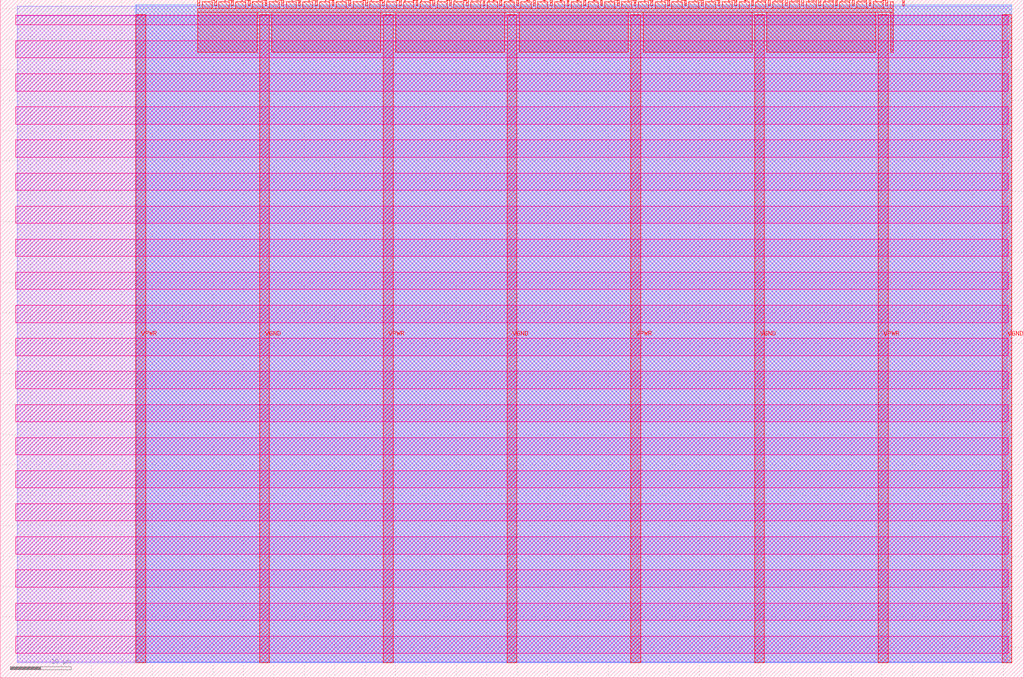
<source format=lef>
VERSION 5.7 ;
  NOWIREEXTENSIONATPIN ON ;
  DIVIDERCHAR "/" ;
  BUSBITCHARS "[]" ;
MACRO tt_um_jkprz_dup
  CLASS BLOCK ;
  FOREIGN tt_um_jkprz_dup ;
  ORIGIN 0.000 0.000 ;
  SIZE 168.360 BY 111.520 ;
  PIN VGND
    DIRECTION INOUT ;
    USE GROUND ;
    PORT
      LAYER met4 ;
        RECT 42.670 2.480 44.270 109.040 ;
    END
    PORT
      LAYER met4 ;
        RECT 83.380 2.480 84.980 109.040 ;
    END
    PORT
      LAYER met4 ;
        RECT 124.090 2.480 125.690 109.040 ;
    END
    PORT
      LAYER met4 ;
        RECT 164.800 2.480 166.400 109.040 ;
    END
  END VGND
  PIN VPWR
    DIRECTION INOUT ;
    USE POWER ;
    PORT
      LAYER met4 ;
        RECT 22.315 2.480 23.915 109.040 ;
    END
    PORT
      LAYER met4 ;
        RECT 63.025 2.480 64.625 109.040 ;
    END
    PORT
      LAYER met4 ;
        RECT 103.735 2.480 105.335 109.040 ;
    END
    PORT
      LAYER met4 ;
        RECT 144.445 2.480 146.045 109.040 ;
    END
  END VPWR
  PIN clk
    DIRECTION INPUT ;
    USE SIGNAL ;
    ANTENNAGATEAREA 0.852000 ;
    PORT
      LAYER met4 ;
        RECT 145.670 110.520 145.970 111.520 ;
    END
  END clk
  PIN ena
    DIRECTION INPUT ;
    USE SIGNAL ;
    PORT
      LAYER met4 ;
        RECT 148.430 110.520 148.730 111.520 ;
    END
  END ena
  PIN rst_n
    DIRECTION INPUT ;
    USE SIGNAL ;
    ANTENNAGATEAREA 0.159000 ;
    PORT
      LAYER met4 ;
        RECT 142.910 110.520 143.210 111.520 ;
    END
  END rst_n
  PIN ui_in[0]
    DIRECTION INPUT ;
    USE SIGNAL ;
    ANTENNAGATEAREA 0.196500 ;
    PORT
      LAYER met4 ;
        RECT 140.150 110.520 140.450 111.520 ;
    END
  END ui_in[0]
  PIN ui_in[1]
    DIRECTION INPUT ;
    USE SIGNAL ;
    ANTENNAGATEAREA 0.196500 ;
    PORT
      LAYER met4 ;
        RECT 137.390 110.520 137.690 111.520 ;
    END
  END ui_in[1]
  PIN ui_in[2]
    DIRECTION INPUT ;
    USE SIGNAL ;
    ANTENNAGATEAREA 0.196500 ;
    PORT
      LAYER met4 ;
        RECT 134.630 110.520 134.930 111.520 ;
    END
  END ui_in[2]
  PIN ui_in[3]
    DIRECTION INPUT ;
    USE SIGNAL ;
    ANTENNAGATEAREA 0.196500 ;
    PORT
      LAYER met4 ;
        RECT 131.870 110.520 132.170 111.520 ;
    END
  END ui_in[3]
  PIN ui_in[4]
    DIRECTION INPUT ;
    USE SIGNAL ;
    ANTENNAGATEAREA 0.196500 ;
    PORT
      LAYER met4 ;
        RECT 129.110 110.520 129.410 111.520 ;
    END
  END ui_in[4]
  PIN ui_in[5]
    DIRECTION INPUT ;
    USE SIGNAL ;
    ANTENNAGATEAREA 0.196500 ;
    PORT
      LAYER met4 ;
        RECT 126.350 110.520 126.650 111.520 ;
    END
  END ui_in[5]
  PIN ui_in[6]
    DIRECTION INPUT ;
    USE SIGNAL ;
    ANTENNAGATEAREA 0.196500 ;
    PORT
      LAYER met4 ;
        RECT 123.590 110.520 123.890 111.520 ;
    END
  END ui_in[6]
  PIN ui_in[7]
    DIRECTION INPUT ;
    USE SIGNAL ;
    ANTENNAGATEAREA 0.196500 ;
    PORT
      LAYER met4 ;
        RECT 120.830 110.520 121.130 111.520 ;
    END
  END ui_in[7]
  PIN uio_in[0]
    DIRECTION INPUT ;
    USE SIGNAL ;
    PORT
      LAYER met4 ;
        RECT 118.070 110.520 118.370 111.520 ;
    END
  END uio_in[0]
  PIN uio_in[1]
    DIRECTION INPUT ;
    USE SIGNAL ;
    PORT
      LAYER met4 ;
        RECT 115.310 110.520 115.610 111.520 ;
    END
  END uio_in[1]
  PIN uio_in[2]
    DIRECTION INPUT ;
    USE SIGNAL ;
    PORT
      LAYER met4 ;
        RECT 112.550 110.520 112.850 111.520 ;
    END
  END uio_in[2]
  PIN uio_in[3]
    DIRECTION INPUT ;
    USE SIGNAL ;
    PORT
      LAYER met4 ;
        RECT 109.790 110.520 110.090 111.520 ;
    END
  END uio_in[3]
  PIN uio_in[4]
    DIRECTION INPUT ;
    USE SIGNAL ;
    PORT
      LAYER met4 ;
        RECT 107.030 110.520 107.330 111.520 ;
    END
  END uio_in[4]
  PIN uio_in[5]
    DIRECTION INPUT ;
    USE SIGNAL ;
    PORT
      LAYER met4 ;
        RECT 104.270 110.520 104.570 111.520 ;
    END
  END uio_in[5]
  PIN uio_in[6]
    DIRECTION INPUT ;
    USE SIGNAL ;
    PORT
      LAYER met4 ;
        RECT 101.510 110.520 101.810 111.520 ;
    END
  END uio_in[6]
  PIN uio_in[7]
    DIRECTION INPUT ;
    USE SIGNAL ;
    PORT
      LAYER met4 ;
        RECT 98.750 110.520 99.050 111.520 ;
    END
  END uio_in[7]
  PIN uio_oe[0]
    DIRECTION OUTPUT TRISTATE ;
    USE SIGNAL ;
    PORT
      LAYER met4 ;
        RECT 51.830 110.520 52.130 111.520 ;
    END
  END uio_oe[0]
  PIN uio_oe[1]
    DIRECTION OUTPUT TRISTATE ;
    USE SIGNAL ;
    PORT
      LAYER met4 ;
        RECT 49.070 110.520 49.370 111.520 ;
    END
  END uio_oe[1]
  PIN uio_oe[2]
    DIRECTION OUTPUT TRISTATE ;
    USE SIGNAL ;
    PORT
      LAYER met4 ;
        RECT 46.310 110.520 46.610 111.520 ;
    END
  END uio_oe[2]
  PIN uio_oe[3]
    DIRECTION OUTPUT TRISTATE ;
    USE SIGNAL ;
    PORT
      LAYER met4 ;
        RECT 43.550 110.520 43.850 111.520 ;
    END
  END uio_oe[3]
  PIN uio_oe[4]
    DIRECTION OUTPUT TRISTATE ;
    USE SIGNAL ;
    PORT
      LAYER met4 ;
        RECT 40.790 110.520 41.090 111.520 ;
    END
  END uio_oe[4]
  PIN uio_oe[5]
    DIRECTION OUTPUT TRISTATE ;
    USE SIGNAL ;
    PORT
      LAYER met4 ;
        RECT 38.030 110.520 38.330 111.520 ;
    END
  END uio_oe[5]
  PIN uio_oe[6]
    DIRECTION OUTPUT TRISTATE ;
    USE SIGNAL ;
    PORT
      LAYER met4 ;
        RECT 35.270 110.520 35.570 111.520 ;
    END
  END uio_oe[6]
  PIN uio_oe[7]
    DIRECTION OUTPUT TRISTATE ;
    USE SIGNAL ;
    PORT
      LAYER met4 ;
        RECT 32.510 110.520 32.810 111.520 ;
    END
  END uio_oe[7]
  PIN uio_out[0]
    DIRECTION OUTPUT TRISTATE ;
    USE SIGNAL ;
    PORT
      LAYER met4 ;
        RECT 73.910 110.520 74.210 111.520 ;
    END
  END uio_out[0]
  PIN uio_out[1]
    DIRECTION OUTPUT TRISTATE ;
    USE SIGNAL ;
    PORT
      LAYER met4 ;
        RECT 71.150 110.520 71.450 111.520 ;
    END
  END uio_out[1]
  PIN uio_out[2]
    DIRECTION OUTPUT TRISTATE ;
    USE SIGNAL ;
    PORT
      LAYER met4 ;
        RECT 68.390 110.520 68.690 111.520 ;
    END
  END uio_out[2]
  PIN uio_out[3]
    DIRECTION OUTPUT TRISTATE ;
    USE SIGNAL ;
    PORT
      LAYER met4 ;
        RECT 65.630 110.520 65.930 111.520 ;
    END
  END uio_out[3]
  PIN uio_out[4]
    DIRECTION OUTPUT TRISTATE ;
    USE SIGNAL ;
    PORT
      LAYER met4 ;
        RECT 62.870 110.520 63.170 111.520 ;
    END
  END uio_out[4]
  PIN uio_out[5]
    DIRECTION OUTPUT TRISTATE ;
    USE SIGNAL ;
    PORT
      LAYER met4 ;
        RECT 60.110 110.520 60.410 111.520 ;
    END
  END uio_out[5]
  PIN uio_out[6]
    DIRECTION OUTPUT TRISTATE ;
    USE SIGNAL ;
    PORT
      LAYER met4 ;
        RECT 57.350 110.520 57.650 111.520 ;
    END
  END uio_out[6]
  PIN uio_out[7]
    DIRECTION OUTPUT TRISTATE ;
    USE SIGNAL ;
    ANTENNADIFFAREA 0.795200 ;
    PORT
      LAYER met4 ;
        RECT 54.590 110.520 54.890 111.520 ;
    END
  END uio_out[7]
  PIN uo_out[0]
    DIRECTION OUTPUT TRISTATE ;
    USE SIGNAL ;
    ANTENNADIFFAREA 0.445500 ;
    PORT
      LAYER met4 ;
        RECT 95.990 110.520 96.290 111.520 ;
    END
  END uo_out[0]
  PIN uo_out[1]
    DIRECTION OUTPUT TRISTATE ;
    USE SIGNAL ;
    ANTENNAGATEAREA 0.247500 ;
    ANTENNADIFFAREA 0.445500 ;
    PORT
      LAYER met4 ;
        RECT 93.230 110.520 93.530 111.520 ;
    END
  END uo_out[1]
  PIN uo_out[2]
    DIRECTION OUTPUT TRISTATE ;
    USE SIGNAL ;
    ANTENNAGATEAREA 0.247500 ;
    ANTENNADIFFAREA 0.445500 ;
    PORT
      LAYER met4 ;
        RECT 90.470 110.520 90.770 111.520 ;
    END
  END uo_out[2]
  PIN uo_out[3]
    DIRECTION OUTPUT TRISTATE ;
    USE SIGNAL ;
    ANTENNAGATEAREA 0.621000 ;
    ANTENNADIFFAREA 0.891000 ;
    PORT
      LAYER met4 ;
        RECT 87.710 110.520 88.010 111.520 ;
    END
  END uo_out[3]
  PIN uo_out[4]
    DIRECTION OUTPUT TRISTATE ;
    USE SIGNAL ;
    ANTENNAGATEAREA 0.499500 ;
    ANTENNADIFFAREA 0.891000 ;
    PORT
      LAYER met4 ;
        RECT 84.950 110.520 85.250 111.520 ;
    END
  END uo_out[4]
  PIN uo_out[5]
    DIRECTION OUTPUT TRISTATE ;
    USE SIGNAL ;
    ANTENNAGATEAREA 0.868500 ;
    ANTENNADIFFAREA 0.891000 ;
    PORT
      LAYER met4 ;
        RECT 82.190 110.520 82.490 111.520 ;
    END
  END uo_out[5]
  PIN uo_out[6]
    DIRECTION OUTPUT TRISTATE ;
    USE SIGNAL ;
    ANTENNAGATEAREA 0.747000 ;
    ANTENNADIFFAREA 0.891000 ;
    PORT
      LAYER met4 ;
        RECT 79.430 110.520 79.730 111.520 ;
    END
  END uo_out[6]
  PIN uo_out[7]
    DIRECTION OUTPUT TRISTATE ;
    USE SIGNAL ;
    ANTENNAGATEAREA 0.747000 ;
    ANTENNADIFFAREA 0.891000 ;
    PORT
      LAYER met4 ;
        RECT 76.670 110.520 76.970 111.520 ;
    END
  END uo_out[7]
  OBS
      LAYER nwell ;
        RECT 2.570 107.385 165.790 108.990 ;
        RECT 2.570 101.945 165.790 104.775 ;
        RECT 2.570 96.505 165.790 99.335 ;
        RECT 2.570 91.065 165.790 93.895 ;
        RECT 2.570 85.625 165.790 88.455 ;
        RECT 2.570 80.185 165.790 83.015 ;
        RECT 2.570 74.745 165.790 77.575 ;
        RECT 2.570 69.305 165.790 72.135 ;
        RECT 2.570 63.865 165.790 66.695 ;
        RECT 2.570 58.425 165.790 61.255 ;
        RECT 2.570 52.985 165.790 55.815 ;
        RECT 2.570 47.545 165.790 50.375 ;
        RECT 2.570 42.105 165.790 44.935 ;
        RECT 2.570 36.665 165.790 39.495 ;
        RECT 2.570 31.225 165.790 34.055 ;
        RECT 2.570 25.785 165.790 28.615 ;
        RECT 2.570 20.345 165.790 23.175 ;
        RECT 2.570 14.905 165.790 17.735 ;
        RECT 2.570 9.465 165.790 12.295 ;
        RECT 2.570 4.025 165.790 6.855 ;
      LAYER li1 ;
        RECT 2.760 2.635 165.600 108.885 ;
      LAYER met1 ;
        RECT 2.760 2.480 166.400 110.460 ;
      LAYER met2 ;
        RECT 22.345 2.535 166.370 110.685 ;
      LAYER met3 ;
        RECT 22.325 2.555 166.390 110.665 ;
      LAYER met4 ;
        RECT 33.210 110.120 34.870 111.170 ;
        RECT 35.970 110.120 37.630 111.170 ;
        RECT 38.730 110.120 40.390 111.170 ;
        RECT 41.490 110.120 43.150 111.170 ;
        RECT 44.250 110.120 45.910 111.170 ;
        RECT 47.010 110.120 48.670 111.170 ;
        RECT 49.770 110.120 51.430 111.170 ;
        RECT 52.530 110.120 54.190 111.170 ;
        RECT 55.290 110.120 56.950 111.170 ;
        RECT 58.050 110.120 59.710 111.170 ;
        RECT 60.810 110.120 62.470 111.170 ;
        RECT 63.570 110.120 65.230 111.170 ;
        RECT 66.330 110.120 67.990 111.170 ;
        RECT 69.090 110.120 70.750 111.170 ;
        RECT 71.850 110.120 73.510 111.170 ;
        RECT 74.610 110.120 76.270 111.170 ;
        RECT 77.370 110.120 79.030 111.170 ;
        RECT 80.130 110.120 81.790 111.170 ;
        RECT 82.890 110.120 84.550 111.170 ;
        RECT 85.650 110.120 87.310 111.170 ;
        RECT 88.410 110.120 90.070 111.170 ;
        RECT 91.170 110.120 92.830 111.170 ;
        RECT 93.930 110.120 95.590 111.170 ;
        RECT 96.690 110.120 98.350 111.170 ;
        RECT 99.450 110.120 101.110 111.170 ;
        RECT 102.210 110.120 103.870 111.170 ;
        RECT 104.970 110.120 106.630 111.170 ;
        RECT 107.730 110.120 109.390 111.170 ;
        RECT 110.490 110.120 112.150 111.170 ;
        RECT 113.250 110.120 114.910 111.170 ;
        RECT 116.010 110.120 117.670 111.170 ;
        RECT 118.770 110.120 120.430 111.170 ;
        RECT 121.530 110.120 123.190 111.170 ;
        RECT 124.290 110.120 125.950 111.170 ;
        RECT 127.050 110.120 128.710 111.170 ;
        RECT 129.810 110.120 131.470 111.170 ;
        RECT 132.570 110.120 134.230 111.170 ;
        RECT 135.330 110.120 136.990 111.170 ;
        RECT 138.090 110.120 139.750 111.170 ;
        RECT 140.850 110.120 142.510 111.170 ;
        RECT 143.610 110.120 145.270 111.170 ;
        RECT 146.370 110.120 146.905 111.170 ;
        RECT 32.495 109.440 146.905 110.120 ;
        RECT 32.495 102.855 42.270 109.440 ;
        RECT 44.670 102.855 62.625 109.440 ;
        RECT 65.025 102.855 82.980 109.440 ;
        RECT 85.380 102.855 103.335 109.440 ;
        RECT 105.735 102.855 123.690 109.440 ;
        RECT 126.090 102.855 144.045 109.440 ;
        RECT 146.445 102.855 146.905 109.440 ;
  END
END tt_um_jkprz_dup
END LIBRARY


</source>
